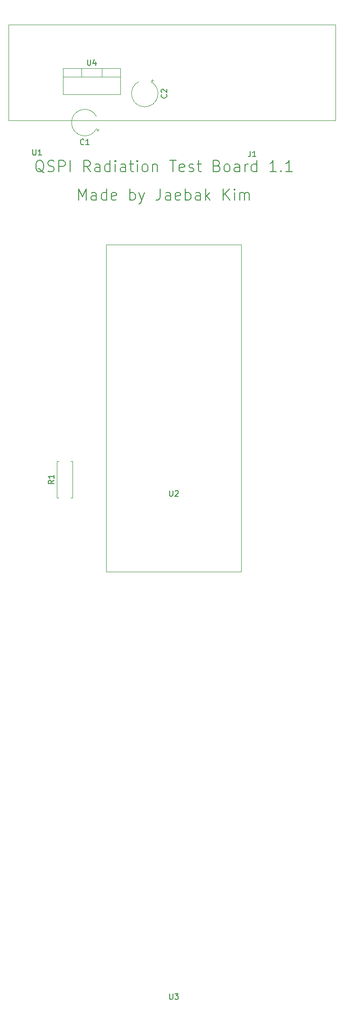
<source format=gbr>
%TF.GenerationSoftware,KiCad,Pcbnew,(5.1.6-0-10_14)*%
%TF.CreationDate,2020-06-11T07:37:50+09:00*%
%TF.ProjectId,QSPIRadiationBoard,51535049-5261-4646-9961-74696f6e426f,rev?*%
%TF.SameCoordinates,Original*%
%TF.FileFunction,Legend,Top*%
%TF.FilePolarity,Positive*%
%FSLAX46Y46*%
G04 Gerber Fmt 4.6, Leading zero omitted, Abs format (unit mm)*
G04 Created by KiCad (PCBNEW (5.1.6-0-10_14)) date 2020-06-11 07:37:50*
%MOMM*%
%LPD*%
G01*
G04 APERTURE LIST*
%ADD10C,0.150000*%
%ADD11C,0.120000*%
G04 APERTURE END LIST*
D10*
X113031904Y-45354761D02*
X113031904Y-43354761D01*
X113698571Y-44783333D01*
X114365238Y-43354761D01*
X114365238Y-45354761D01*
X116174761Y-45354761D02*
X116174761Y-44307142D01*
X116079523Y-44116666D01*
X115889047Y-44021428D01*
X115508095Y-44021428D01*
X115317619Y-44116666D01*
X116174761Y-45259523D02*
X115984285Y-45354761D01*
X115508095Y-45354761D01*
X115317619Y-45259523D01*
X115222380Y-45069047D01*
X115222380Y-44878571D01*
X115317619Y-44688095D01*
X115508095Y-44592857D01*
X115984285Y-44592857D01*
X116174761Y-44497619D01*
X117984285Y-45354761D02*
X117984285Y-43354761D01*
X117984285Y-45259523D02*
X117793809Y-45354761D01*
X117412857Y-45354761D01*
X117222380Y-45259523D01*
X117127142Y-45164285D01*
X117031904Y-44973809D01*
X117031904Y-44402380D01*
X117127142Y-44211904D01*
X117222380Y-44116666D01*
X117412857Y-44021428D01*
X117793809Y-44021428D01*
X117984285Y-44116666D01*
X119698571Y-45259523D02*
X119508095Y-45354761D01*
X119127142Y-45354761D01*
X118936666Y-45259523D01*
X118841428Y-45069047D01*
X118841428Y-44307142D01*
X118936666Y-44116666D01*
X119127142Y-44021428D01*
X119508095Y-44021428D01*
X119698571Y-44116666D01*
X119793809Y-44307142D01*
X119793809Y-44497619D01*
X118841428Y-44688095D01*
X122174761Y-45354761D02*
X122174761Y-43354761D01*
X122174761Y-44116666D02*
X122365238Y-44021428D01*
X122746190Y-44021428D01*
X122936666Y-44116666D01*
X123031904Y-44211904D01*
X123127142Y-44402380D01*
X123127142Y-44973809D01*
X123031904Y-45164285D01*
X122936666Y-45259523D01*
X122746190Y-45354761D01*
X122365238Y-45354761D01*
X122174761Y-45259523D01*
X123793809Y-44021428D02*
X124270000Y-45354761D01*
X124746190Y-44021428D02*
X124270000Y-45354761D01*
X124079523Y-45830952D01*
X123984285Y-45926190D01*
X123793809Y-46021428D01*
X127603333Y-43354761D02*
X127603333Y-44783333D01*
X127508095Y-45069047D01*
X127317619Y-45259523D01*
X127031904Y-45354761D01*
X126841428Y-45354761D01*
X129412857Y-45354761D02*
X129412857Y-44307142D01*
X129317619Y-44116666D01*
X129127142Y-44021428D01*
X128746190Y-44021428D01*
X128555714Y-44116666D01*
X129412857Y-45259523D02*
X129222380Y-45354761D01*
X128746190Y-45354761D01*
X128555714Y-45259523D01*
X128460476Y-45069047D01*
X128460476Y-44878571D01*
X128555714Y-44688095D01*
X128746190Y-44592857D01*
X129222380Y-44592857D01*
X129412857Y-44497619D01*
X131127142Y-45259523D02*
X130936666Y-45354761D01*
X130555714Y-45354761D01*
X130365238Y-45259523D01*
X130270000Y-45069047D01*
X130270000Y-44307142D01*
X130365238Y-44116666D01*
X130555714Y-44021428D01*
X130936666Y-44021428D01*
X131127142Y-44116666D01*
X131222380Y-44307142D01*
X131222380Y-44497619D01*
X130270000Y-44688095D01*
X132079523Y-45354761D02*
X132079523Y-43354761D01*
X132079523Y-44116666D02*
X132270000Y-44021428D01*
X132650952Y-44021428D01*
X132841428Y-44116666D01*
X132936666Y-44211904D01*
X133031904Y-44402380D01*
X133031904Y-44973809D01*
X132936666Y-45164285D01*
X132841428Y-45259523D01*
X132650952Y-45354761D01*
X132270000Y-45354761D01*
X132079523Y-45259523D01*
X134746190Y-45354761D02*
X134746190Y-44307142D01*
X134650952Y-44116666D01*
X134460476Y-44021428D01*
X134079523Y-44021428D01*
X133889047Y-44116666D01*
X134746190Y-45259523D02*
X134555714Y-45354761D01*
X134079523Y-45354761D01*
X133889047Y-45259523D01*
X133793809Y-45069047D01*
X133793809Y-44878571D01*
X133889047Y-44688095D01*
X134079523Y-44592857D01*
X134555714Y-44592857D01*
X134746190Y-44497619D01*
X135698571Y-45354761D02*
X135698571Y-43354761D01*
X135889047Y-44592857D02*
X136460476Y-45354761D01*
X136460476Y-44021428D02*
X135698571Y-44783333D01*
X138841428Y-45354761D02*
X138841428Y-43354761D01*
X139984285Y-45354761D02*
X139127142Y-44211904D01*
X139984285Y-43354761D02*
X138841428Y-44497619D01*
X140841428Y-45354761D02*
X140841428Y-44021428D01*
X140841428Y-43354761D02*
X140746190Y-43450000D01*
X140841428Y-43545238D01*
X140936666Y-43450000D01*
X140841428Y-43354761D01*
X140841428Y-43545238D01*
X141793809Y-45354761D02*
X141793809Y-44021428D01*
X141793809Y-44211904D02*
X141889047Y-44116666D01*
X142079523Y-44021428D01*
X142365238Y-44021428D01*
X142555714Y-44116666D01*
X142650952Y-44307142D01*
X142650952Y-45354761D01*
X142650952Y-44307142D02*
X142746190Y-44116666D01*
X142936666Y-44021428D01*
X143222380Y-44021428D01*
X143412857Y-44116666D01*
X143508095Y-44307142D01*
X143508095Y-45354761D01*
X106793809Y-40465238D02*
X106603333Y-40370000D01*
X106412857Y-40179523D01*
X106127142Y-39893809D01*
X105936666Y-39798571D01*
X105746190Y-39798571D01*
X105841428Y-40274761D02*
X105650952Y-40179523D01*
X105460476Y-39989047D01*
X105365238Y-39608095D01*
X105365238Y-38941428D01*
X105460476Y-38560476D01*
X105650952Y-38370000D01*
X105841428Y-38274761D01*
X106222380Y-38274761D01*
X106412857Y-38370000D01*
X106603333Y-38560476D01*
X106698571Y-38941428D01*
X106698571Y-39608095D01*
X106603333Y-39989047D01*
X106412857Y-40179523D01*
X106222380Y-40274761D01*
X105841428Y-40274761D01*
X107460476Y-40179523D02*
X107746190Y-40274761D01*
X108222380Y-40274761D01*
X108412857Y-40179523D01*
X108508095Y-40084285D01*
X108603333Y-39893809D01*
X108603333Y-39703333D01*
X108508095Y-39512857D01*
X108412857Y-39417619D01*
X108222380Y-39322380D01*
X107841428Y-39227142D01*
X107650952Y-39131904D01*
X107555714Y-39036666D01*
X107460476Y-38846190D01*
X107460476Y-38655714D01*
X107555714Y-38465238D01*
X107650952Y-38370000D01*
X107841428Y-38274761D01*
X108317619Y-38274761D01*
X108603333Y-38370000D01*
X109460476Y-40274761D02*
X109460476Y-38274761D01*
X110222380Y-38274761D01*
X110412857Y-38370000D01*
X110508095Y-38465238D01*
X110603333Y-38655714D01*
X110603333Y-38941428D01*
X110508095Y-39131904D01*
X110412857Y-39227142D01*
X110222380Y-39322380D01*
X109460476Y-39322380D01*
X111460476Y-40274761D02*
X111460476Y-38274761D01*
X115079523Y-40274761D02*
X114412857Y-39322380D01*
X113936666Y-40274761D02*
X113936666Y-38274761D01*
X114698571Y-38274761D01*
X114889047Y-38370000D01*
X114984285Y-38465238D01*
X115079523Y-38655714D01*
X115079523Y-38941428D01*
X114984285Y-39131904D01*
X114889047Y-39227142D01*
X114698571Y-39322380D01*
X113936666Y-39322380D01*
X116793809Y-40274761D02*
X116793809Y-39227142D01*
X116698571Y-39036666D01*
X116508095Y-38941428D01*
X116127142Y-38941428D01*
X115936666Y-39036666D01*
X116793809Y-40179523D02*
X116603333Y-40274761D01*
X116127142Y-40274761D01*
X115936666Y-40179523D01*
X115841428Y-39989047D01*
X115841428Y-39798571D01*
X115936666Y-39608095D01*
X116127142Y-39512857D01*
X116603333Y-39512857D01*
X116793809Y-39417619D01*
X118603333Y-40274761D02*
X118603333Y-38274761D01*
X118603333Y-40179523D02*
X118412857Y-40274761D01*
X118031904Y-40274761D01*
X117841428Y-40179523D01*
X117746190Y-40084285D01*
X117650952Y-39893809D01*
X117650952Y-39322380D01*
X117746190Y-39131904D01*
X117841428Y-39036666D01*
X118031904Y-38941428D01*
X118412857Y-38941428D01*
X118603333Y-39036666D01*
X119555714Y-40274761D02*
X119555714Y-38941428D01*
X119555714Y-38274761D02*
X119460476Y-38370000D01*
X119555714Y-38465238D01*
X119650952Y-38370000D01*
X119555714Y-38274761D01*
X119555714Y-38465238D01*
X121365238Y-40274761D02*
X121365238Y-39227142D01*
X121270000Y-39036666D01*
X121079523Y-38941428D01*
X120698571Y-38941428D01*
X120508095Y-39036666D01*
X121365238Y-40179523D02*
X121174761Y-40274761D01*
X120698571Y-40274761D01*
X120508095Y-40179523D01*
X120412857Y-39989047D01*
X120412857Y-39798571D01*
X120508095Y-39608095D01*
X120698571Y-39512857D01*
X121174761Y-39512857D01*
X121365238Y-39417619D01*
X122031904Y-38941428D02*
X122793809Y-38941428D01*
X122317619Y-38274761D02*
X122317619Y-39989047D01*
X122412857Y-40179523D01*
X122603333Y-40274761D01*
X122793809Y-40274761D01*
X123460476Y-40274761D02*
X123460476Y-38941428D01*
X123460476Y-38274761D02*
X123365238Y-38370000D01*
X123460476Y-38465238D01*
X123555714Y-38370000D01*
X123460476Y-38274761D01*
X123460476Y-38465238D01*
X124698571Y-40274761D02*
X124508095Y-40179523D01*
X124412857Y-40084285D01*
X124317619Y-39893809D01*
X124317619Y-39322380D01*
X124412857Y-39131904D01*
X124508095Y-39036666D01*
X124698571Y-38941428D01*
X124984285Y-38941428D01*
X125174761Y-39036666D01*
X125270000Y-39131904D01*
X125365238Y-39322380D01*
X125365238Y-39893809D01*
X125270000Y-40084285D01*
X125174761Y-40179523D01*
X124984285Y-40274761D01*
X124698571Y-40274761D01*
X126222380Y-38941428D02*
X126222380Y-40274761D01*
X126222380Y-39131904D02*
X126317619Y-39036666D01*
X126508095Y-38941428D01*
X126793809Y-38941428D01*
X126984285Y-39036666D01*
X127079523Y-39227142D01*
X127079523Y-40274761D01*
X129270000Y-38274761D02*
X130412857Y-38274761D01*
X129841428Y-40274761D02*
X129841428Y-38274761D01*
X131841428Y-40179523D02*
X131650952Y-40274761D01*
X131270000Y-40274761D01*
X131079523Y-40179523D01*
X130984285Y-39989047D01*
X130984285Y-39227142D01*
X131079523Y-39036666D01*
X131270000Y-38941428D01*
X131650952Y-38941428D01*
X131841428Y-39036666D01*
X131936666Y-39227142D01*
X131936666Y-39417619D01*
X130984285Y-39608095D01*
X132698571Y-40179523D02*
X132889047Y-40274761D01*
X133270000Y-40274761D01*
X133460476Y-40179523D01*
X133555714Y-39989047D01*
X133555714Y-39893809D01*
X133460476Y-39703333D01*
X133270000Y-39608095D01*
X132984285Y-39608095D01*
X132793809Y-39512857D01*
X132698571Y-39322380D01*
X132698571Y-39227142D01*
X132793809Y-39036666D01*
X132984285Y-38941428D01*
X133270000Y-38941428D01*
X133460476Y-39036666D01*
X134127142Y-38941428D02*
X134889047Y-38941428D01*
X134412857Y-38274761D02*
X134412857Y-39989047D01*
X134508095Y-40179523D01*
X134698571Y-40274761D01*
X134889047Y-40274761D01*
X137746190Y-39227142D02*
X138031904Y-39322380D01*
X138127142Y-39417619D01*
X138222380Y-39608095D01*
X138222380Y-39893809D01*
X138127142Y-40084285D01*
X138031904Y-40179523D01*
X137841428Y-40274761D01*
X137079523Y-40274761D01*
X137079523Y-38274761D01*
X137746190Y-38274761D01*
X137936666Y-38370000D01*
X138031904Y-38465238D01*
X138127142Y-38655714D01*
X138127142Y-38846190D01*
X138031904Y-39036666D01*
X137936666Y-39131904D01*
X137746190Y-39227142D01*
X137079523Y-39227142D01*
X139365238Y-40274761D02*
X139174761Y-40179523D01*
X139079523Y-40084285D01*
X138984285Y-39893809D01*
X138984285Y-39322380D01*
X139079523Y-39131904D01*
X139174761Y-39036666D01*
X139365238Y-38941428D01*
X139650952Y-38941428D01*
X139841428Y-39036666D01*
X139936666Y-39131904D01*
X140031904Y-39322380D01*
X140031904Y-39893809D01*
X139936666Y-40084285D01*
X139841428Y-40179523D01*
X139650952Y-40274761D01*
X139365238Y-40274761D01*
X141746190Y-40274761D02*
X141746190Y-39227142D01*
X141650952Y-39036666D01*
X141460476Y-38941428D01*
X141079523Y-38941428D01*
X140889047Y-39036666D01*
X141746190Y-40179523D02*
X141555714Y-40274761D01*
X141079523Y-40274761D01*
X140889047Y-40179523D01*
X140793809Y-39989047D01*
X140793809Y-39798571D01*
X140889047Y-39608095D01*
X141079523Y-39512857D01*
X141555714Y-39512857D01*
X141746190Y-39417619D01*
X142698571Y-40274761D02*
X142698571Y-38941428D01*
X142698571Y-39322380D02*
X142793809Y-39131904D01*
X142889047Y-39036666D01*
X143079523Y-38941428D01*
X143269999Y-38941428D01*
X144793809Y-40274761D02*
X144793809Y-38274761D01*
X144793809Y-40179523D02*
X144603333Y-40274761D01*
X144222380Y-40274761D01*
X144031904Y-40179523D01*
X143936666Y-40084285D01*
X143841428Y-39893809D01*
X143841428Y-39322380D01*
X143936666Y-39131904D01*
X144031904Y-39036666D01*
X144222380Y-38941428D01*
X144603333Y-38941428D01*
X144793809Y-39036666D01*
X148317619Y-40274761D02*
X147174761Y-40274761D01*
X147746190Y-40274761D02*
X147746190Y-38274761D01*
X147555714Y-38560476D01*
X147365238Y-38750952D01*
X147174761Y-38846190D01*
X149174761Y-40084285D02*
X149269999Y-40179523D01*
X149174761Y-40274761D01*
X149079523Y-40179523D01*
X149174761Y-40084285D01*
X149174761Y-40274761D01*
X151174761Y-40274761D02*
X150031904Y-40274761D01*
X150603333Y-40274761D02*
X150603333Y-38274761D01*
X150412857Y-38560476D01*
X150222380Y-38750952D01*
X150031904Y-38846190D01*
D11*
%TO.C,U1*%
X100470000Y-14010000D02*
X100470000Y-31155000D01*
X100470000Y-31155000D02*
X158890000Y-31155000D01*
X158890000Y-31155000D02*
X158890000Y-14010000D01*
X158890000Y-14010000D02*
X100470000Y-14010000D01*
%TO.C,U4*%
X117191000Y-21820000D02*
X117191000Y-23330000D01*
X113490000Y-21820000D02*
X113490000Y-23330000D01*
X110220000Y-23330000D02*
X120460000Y-23330000D01*
X120460000Y-21820000D02*
X120460000Y-26461000D01*
X110220000Y-21820000D02*
X110220000Y-26461000D01*
X110220000Y-26461000D02*
X120460000Y-26461000D01*
X110220000Y-21820000D02*
X120460000Y-21820000D01*
%TO.C,C2*%
X126370000Y-24017712D02*
X125920000Y-24017712D01*
X126145000Y-23792712D02*
X126145000Y-24242712D01*
X123750000Y-24210260D02*
G75*
G03*
X125870000Y-24210259I1060000J-2119740D01*
G01*
%TO.C,C1*%
X116402288Y-33080000D02*
X116402288Y-32630000D01*
X116627288Y-32855000D02*
X116177288Y-32855000D01*
X116209740Y-30460000D02*
G75*
G03*
X116209741Y-32580000I-2119740J-1060000D01*
G01*
%TO.C,U2*%
X142065000Y-53330000D02*
X117935000Y-53330000D01*
X142065000Y-111750000D02*
X142065000Y-53330000D01*
X117935000Y-111750000D02*
X142065000Y-111750000D01*
X117935000Y-53330000D02*
X117935000Y-111750000D01*
%TO.C,R1*%
X111860000Y-91980000D02*
X111530000Y-91980000D01*
X111860000Y-98520000D02*
X111860000Y-91980000D01*
X111530000Y-98520000D02*
X111860000Y-98520000D01*
X109120000Y-91980000D02*
X109450000Y-91980000D01*
X109120000Y-98520000D02*
X109120000Y-91980000D01*
X109450000Y-98520000D02*
X109120000Y-98520000D01*
%TO.C,U3*%
D10*
X129238095Y-187072380D02*
X129238095Y-187881904D01*
X129285714Y-187977142D01*
X129333333Y-188024761D01*
X129428571Y-188072380D01*
X129619047Y-188072380D01*
X129714285Y-188024761D01*
X129761904Y-187977142D01*
X129809523Y-187881904D01*
X129809523Y-187072380D01*
X130190476Y-187072380D02*
X130809523Y-187072380D01*
X130476190Y-187453333D01*
X130619047Y-187453333D01*
X130714285Y-187500952D01*
X130761904Y-187548571D01*
X130809523Y-187643809D01*
X130809523Y-187881904D01*
X130761904Y-187977142D01*
X130714285Y-188024761D01*
X130619047Y-188072380D01*
X130333333Y-188072380D01*
X130238095Y-188024761D01*
X130190476Y-187977142D01*
%TO.C,U1*%
X104788095Y-36322380D02*
X104788095Y-37131904D01*
X104835714Y-37227142D01*
X104883333Y-37274761D01*
X104978571Y-37322380D01*
X105169047Y-37322380D01*
X105264285Y-37274761D01*
X105311904Y-37227142D01*
X105359523Y-37131904D01*
X105359523Y-36322380D01*
X106359523Y-37322380D02*
X105788095Y-37322380D01*
X106073809Y-37322380D02*
X106073809Y-36322380D01*
X105978571Y-36465238D01*
X105883333Y-36560476D01*
X105788095Y-36608095D01*
%TO.C,U4*%
X114578095Y-20272380D02*
X114578095Y-21081904D01*
X114625714Y-21177142D01*
X114673333Y-21224761D01*
X114768571Y-21272380D01*
X114959047Y-21272380D01*
X115054285Y-21224761D01*
X115101904Y-21177142D01*
X115149523Y-21081904D01*
X115149523Y-20272380D01*
X116054285Y-20605714D02*
X116054285Y-21272380D01*
X115816190Y-20224761D02*
X115578095Y-20939047D01*
X116197142Y-20939047D01*
%TO.C,C2*%
X128667142Y-26496666D02*
X128714761Y-26544285D01*
X128762380Y-26687142D01*
X128762380Y-26782380D01*
X128714761Y-26925238D01*
X128619523Y-27020476D01*
X128524285Y-27068095D01*
X128333809Y-27115714D01*
X128190952Y-27115714D01*
X128000476Y-27068095D01*
X127905238Y-27020476D01*
X127810000Y-26925238D01*
X127762380Y-26782380D01*
X127762380Y-26687142D01*
X127810000Y-26544285D01*
X127857619Y-26496666D01*
X127857619Y-26115714D02*
X127810000Y-26068095D01*
X127762380Y-25972857D01*
X127762380Y-25734761D01*
X127810000Y-25639523D01*
X127857619Y-25591904D01*
X127952857Y-25544285D01*
X128048095Y-25544285D01*
X128190952Y-25591904D01*
X128762380Y-26163333D01*
X128762380Y-25544285D01*
%TO.C,C1*%
X113923333Y-35377142D02*
X113875714Y-35424761D01*
X113732857Y-35472380D01*
X113637619Y-35472380D01*
X113494761Y-35424761D01*
X113399523Y-35329523D01*
X113351904Y-35234285D01*
X113304285Y-35043809D01*
X113304285Y-34900952D01*
X113351904Y-34710476D01*
X113399523Y-34615238D01*
X113494761Y-34520000D01*
X113637619Y-34472380D01*
X113732857Y-34472380D01*
X113875714Y-34520000D01*
X113923333Y-34567619D01*
X114875714Y-35472380D02*
X114304285Y-35472380D01*
X114590000Y-35472380D02*
X114590000Y-34472380D01*
X114494761Y-34615238D01*
X114399523Y-34710476D01*
X114304285Y-34758095D01*
%TO.C,J1*%
X143666666Y-36597380D02*
X143666666Y-37311666D01*
X143619047Y-37454523D01*
X143523809Y-37549761D01*
X143380952Y-37597380D01*
X143285714Y-37597380D01*
X144666666Y-37597380D02*
X144095238Y-37597380D01*
X144380952Y-37597380D02*
X144380952Y-36597380D01*
X144285714Y-36740238D01*
X144190476Y-36835476D01*
X144095238Y-36883095D01*
%TO.C,U2*%
X129238095Y-97232380D02*
X129238095Y-98041904D01*
X129285714Y-98137142D01*
X129333333Y-98184761D01*
X129428571Y-98232380D01*
X129619047Y-98232380D01*
X129714285Y-98184761D01*
X129761904Y-98137142D01*
X129809523Y-98041904D01*
X129809523Y-97232380D01*
X130238095Y-97327619D02*
X130285714Y-97280000D01*
X130380952Y-97232380D01*
X130619047Y-97232380D01*
X130714285Y-97280000D01*
X130761904Y-97327619D01*
X130809523Y-97422857D01*
X130809523Y-97518095D01*
X130761904Y-97660952D01*
X130190476Y-98232380D01*
X130809523Y-98232380D01*
%TO.C,R1*%
X108572380Y-95416666D02*
X108096190Y-95750000D01*
X108572380Y-95988095D02*
X107572380Y-95988095D01*
X107572380Y-95607142D01*
X107620000Y-95511904D01*
X107667619Y-95464285D01*
X107762857Y-95416666D01*
X107905714Y-95416666D01*
X108000952Y-95464285D01*
X108048571Y-95511904D01*
X108096190Y-95607142D01*
X108096190Y-95988095D01*
X108572380Y-94464285D02*
X108572380Y-95035714D01*
X108572380Y-94750000D02*
X107572380Y-94750000D01*
X107715238Y-94845238D01*
X107810476Y-94940476D01*
X107858095Y-95035714D01*
%TD*%
M02*

</source>
